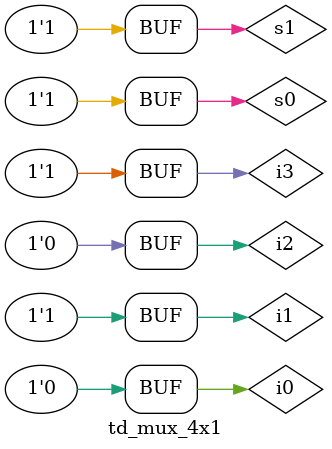
<source format=v>
module td_mux_4x1();
wire out;
reg s0,s1,i0,i1,i2,i3;

d_mux_4x1 m1(out,s0,s1,i0,i1,i2,i3);

initial begin
s0=0;s1=0;i0=0;i1=1;i2=0;i3=1;
#5 s0=1;s1=0;
#5 s0=0;s1=1;
#5 s0=1;s1=1;
end
endmodule

</source>
